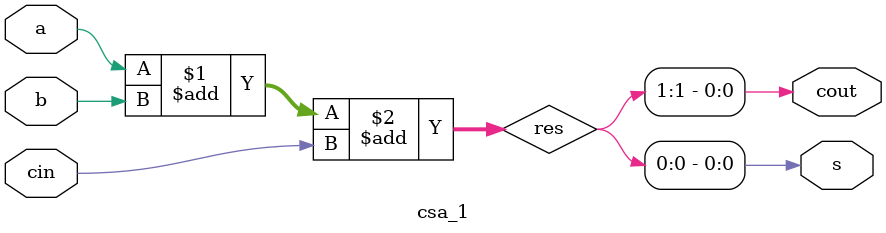
<source format=v>

module csa_1
(
    input a,b,cin,
    output s,cout
);

wire [1:0] res;
assign res = a + b + cin;
assign s = res[0];
assign cout = res[1];


endmodule

</source>
